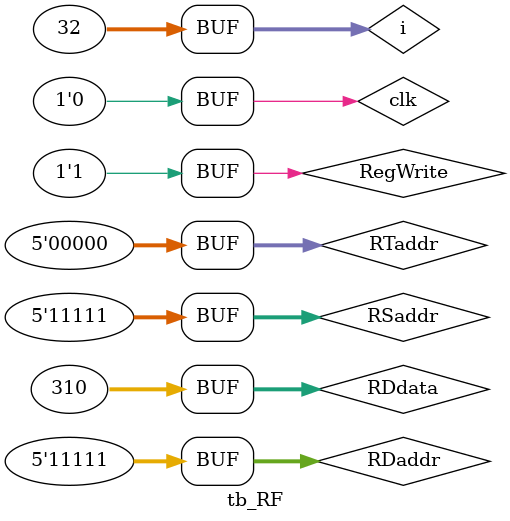
<source format=v>
`timescale 1ns / 1ps

//~ `New testbench
`timescale  1ns / 1ps

module tb_RF;

// RF Inputs
reg   clk = 0 ;
reg   RegWrite = 0 ;
reg   [4:0]  RSaddr = 0 ;
reg   [4:0]  RTaddr = 0 ;
reg   [4:0]  RDaddr = 0 ;
reg   [31:0]  RDdata = 0 ;

// RF Outputs
wire  [31:0]  RTdata;
wire  [31:0]  srcl;
integer i;


RF u_RF(
    clk,
    RegWrite,
    RSaddr,
    RTaddr,
    RDaddr,
    RDdata,
    RTdata,
    srcl
);




initial
begin
    clk = 1;
    for(i=0;i<32;i=i+1)begin
    #10
    clk = !clk;
    #10
    clk = !clk;
    RSaddr = i;
    RTaddr = 31-i;
    end

    RegWrite = 1;
    for(i=0;i<32;i=i+1)begin
    #10
    clk = !clk;
    #10
    clk = !clk;
    RDaddr = i;
    RDdata = i*10;
    end

    for(i=0;i<32;i=i+1)begin
    #10
    clk = !clk;
    #10
    clk = !clk;
    RSaddr = i;
    end



end

endmodule
</source>
